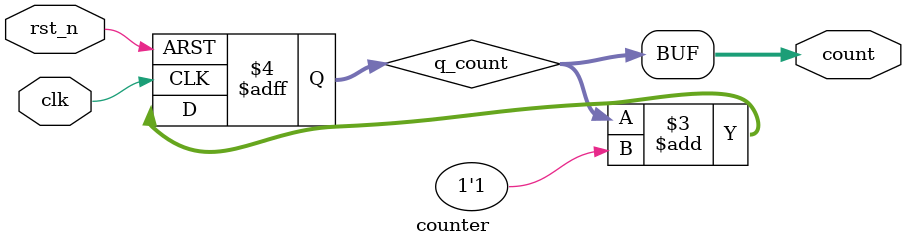
<source format=v>

module counter 
  #(parameter WIDTH = 4)
(
  input   wire                 clk,
  input   wire                 rst_n,
  output  wire   [WIDTH-1:0]   count
);

// Flip flops to hold the count
reg  [WIDTH-1:0]  q_count;

// Assign the output count to q_count
assign count = q_count;

// Reset when rst_n is low. Otherwise, count at rising edge of clock
always @(posedge clk or negedge rst_n) begin
  if (~rst_n) begin
    q_count <= {WIDTH{1'b0}};
  end else begin
    q_count <= q_count + 1'b1;
  end
end

endmodule

</source>
